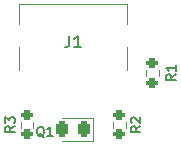
<source format=gbr>
%TF.GenerationSoftware,KiCad,Pcbnew,7.0.5-0*%
%TF.CreationDate,2023-08-27T12:40:47-07:00*%
%TF.ProjectId,MiSTerLaggy,4d695354-6572-44c6-9167-67792e6b6963,rev?*%
%TF.SameCoordinates,Original*%
%TF.FileFunction,Legend,Top*%
%TF.FilePolarity,Positive*%
%FSLAX46Y46*%
G04 Gerber Fmt 4.6, Leading zero omitted, Abs format (unit mm)*
G04 Created by KiCad (PCBNEW 7.0.5-0) date 2023-08-27 12:40:47*
%MOMM*%
%LPD*%
G01*
G04 APERTURE LIST*
G04 Aperture macros list*
%AMRoundRect*
0 Rectangle with rounded corners*
0 $1 Rounding radius*
0 $2 $3 $4 $5 $6 $7 $8 $9 X,Y pos of 4 corners*
0 Add a 4 corners polygon primitive as box body*
4,1,4,$2,$3,$4,$5,$6,$7,$8,$9,$2,$3,0*
0 Add four circle primitives for the rounded corners*
1,1,$1+$1,$2,$3*
1,1,$1+$1,$4,$5*
1,1,$1+$1,$6,$7*
1,1,$1+$1,$8,$9*
0 Add four rect primitives between the rounded corners*
20,1,$1+$1,$2,$3,$4,$5,0*
20,1,$1+$1,$4,$5,$6,$7,0*
20,1,$1+$1,$6,$7,$8,$9,0*
20,1,$1+$1,$8,$9,$2,$3,0*%
G04 Aperture macros list end*
%ADD10C,0.150000*%
%ADD11C,0.120000*%
%ADD12C,0.650000*%
%ADD13R,0.600000X1.240000*%
%ADD14R,0.300000X1.240000*%
%ADD15O,1.000000X2.100000*%
%ADD16O,1.000000X1.800000*%
%ADD17RoundRect,0.200000X0.275000X-0.200000X0.275000X0.200000X-0.275000X0.200000X-0.275000X-0.200000X0*%
%ADD18RoundRect,0.243750X0.243750X0.456250X-0.243750X0.456250X-0.243750X-0.456250X0.243750X-0.456250X0*%
%ADD19C,2.200000*%
G04 APERTURE END LIST*
D10*
%TO.C,J1*%
X127346666Y-70254819D02*
X127346666Y-70969104D01*
X127346666Y-70969104D02*
X127299047Y-71111961D01*
X127299047Y-71111961D02*
X127203809Y-71207200D01*
X127203809Y-71207200D02*
X127060952Y-71254819D01*
X127060952Y-71254819D02*
X126965714Y-71254819D01*
X128346666Y-71254819D02*
X127775238Y-71254819D01*
X128060952Y-71254819D02*
X128060952Y-70254819D01*
X128060952Y-70254819D02*
X127965714Y-70397676D01*
X127965714Y-70397676D02*
X127870476Y-70492914D01*
X127870476Y-70492914D02*
X127775238Y-70540533D01*
%TO.C,R3*%
X122732295Y-77933332D02*
X122351342Y-78199999D01*
X122732295Y-78390475D02*
X121932295Y-78390475D01*
X121932295Y-78390475D02*
X121932295Y-78085713D01*
X121932295Y-78085713D02*
X121970390Y-78009523D01*
X121970390Y-78009523D02*
X122008485Y-77971428D01*
X122008485Y-77971428D02*
X122084676Y-77933332D01*
X122084676Y-77933332D02*
X122198961Y-77933332D01*
X122198961Y-77933332D02*
X122275152Y-77971428D01*
X122275152Y-77971428D02*
X122313247Y-78009523D01*
X122313247Y-78009523D02*
X122351342Y-78085713D01*
X122351342Y-78085713D02*
X122351342Y-78390475D01*
X121932295Y-77666666D02*
X121932295Y-77171428D01*
X121932295Y-77171428D02*
X122237057Y-77438094D01*
X122237057Y-77438094D02*
X122237057Y-77323809D01*
X122237057Y-77323809D02*
X122275152Y-77247618D01*
X122275152Y-77247618D02*
X122313247Y-77209523D01*
X122313247Y-77209523D02*
X122389438Y-77171428D01*
X122389438Y-77171428D02*
X122579914Y-77171428D01*
X122579914Y-77171428D02*
X122656104Y-77209523D01*
X122656104Y-77209523D02*
X122694200Y-77247618D01*
X122694200Y-77247618D02*
X122732295Y-77323809D01*
X122732295Y-77323809D02*
X122732295Y-77552380D01*
X122732295Y-77552380D02*
X122694200Y-77628571D01*
X122694200Y-77628571D02*
X122656104Y-77666666D01*
%TO.C,Q1*%
X125223809Y-78838485D02*
X125147619Y-78800390D01*
X125147619Y-78800390D02*
X125071428Y-78724200D01*
X125071428Y-78724200D02*
X124957142Y-78609914D01*
X124957142Y-78609914D02*
X124880952Y-78571819D01*
X124880952Y-78571819D02*
X124804761Y-78571819D01*
X124842857Y-78762295D02*
X124766666Y-78724200D01*
X124766666Y-78724200D02*
X124690476Y-78648009D01*
X124690476Y-78648009D02*
X124652380Y-78495628D01*
X124652380Y-78495628D02*
X124652380Y-78228961D01*
X124652380Y-78228961D02*
X124690476Y-78076580D01*
X124690476Y-78076580D02*
X124766666Y-78000390D01*
X124766666Y-78000390D02*
X124842857Y-77962295D01*
X124842857Y-77962295D02*
X124995238Y-77962295D01*
X124995238Y-77962295D02*
X125071428Y-78000390D01*
X125071428Y-78000390D02*
X125147619Y-78076580D01*
X125147619Y-78076580D02*
X125185714Y-78228961D01*
X125185714Y-78228961D02*
X125185714Y-78495628D01*
X125185714Y-78495628D02*
X125147619Y-78648009D01*
X125147619Y-78648009D02*
X125071428Y-78724200D01*
X125071428Y-78724200D02*
X124995238Y-78762295D01*
X124995238Y-78762295D02*
X124842857Y-78762295D01*
X125947618Y-78762295D02*
X125490475Y-78762295D01*
X125719047Y-78762295D02*
X125719047Y-77962295D01*
X125719047Y-77962295D02*
X125642856Y-78076580D01*
X125642856Y-78076580D02*
X125566666Y-78152771D01*
X125566666Y-78152771D02*
X125490475Y-78190866D01*
%TO.C,R2*%
X133362295Y-77933332D02*
X132981342Y-78199999D01*
X133362295Y-78390475D02*
X132562295Y-78390475D01*
X132562295Y-78390475D02*
X132562295Y-78085713D01*
X132562295Y-78085713D02*
X132600390Y-78009523D01*
X132600390Y-78009523D02*
X132638485Y-77971428D01*
X132638485Y-77971428D02*
X132714676Y-77933332D01*
X132714676Y-77933332D02*
X132828961Y-77933332D01*
X132828961Y-77933332D02*
X132905152Y-77971428D01*
X132905152Y-77971428D02*
X132943247Y-78009523D01*
X132943247Y-78009523D02*
X132981342Y-78085713D01*
X132981342Y-78085713D02*
X132981342Y-78390475D01*
X132638485Y-77628571D02*
X132600390Y-77590475D01*
X132600390Y-77590475D02*
X132562295Y-77514285D01*
X132562295Y-77514285D02*
X132562295Y-77323809D01*
X132562295Y-77323809D02*
X132600390Y-77247618D01*
X132600390Y-77247618D02*
X132638485Y-77209523D01*
X132638485Y-77209523D02*
X132714676Y-77171428D01*
X132714676Y-77171428D02*
X132790866Y-77171428D01*
X132790866Y-77171428D02*
X132905152Y-77209523D01*
X132905152Y-77209523D02*
X133362295Y-77666666D01*
X133362295Y-77666666D02*
X133362295Y-77171428D01*
%TO.C,R1*%
X136362295Y-73533332D02*
X135981342Y-73799999D01*
X136362295Y-73990475D02*
X135562295Y-73990475D01*
X135562295Y-73990475D02*
X135562295Y-73685713D01*
X135562295Y-73685713D02*
X135600390Y-73609523D01*
X135600390Y-73609523D02*
X135638485Y-73571428D01*
X135638485Y-73571428D02*
X135714676Y-73533332D01*
X135714676Y-73533332D02*
X135828961Y-73533332D01*
X135828961Y-73533332D02*
X135905152Y-73571428D01*
X135905152Y-73571428D02*
X135943247Y-73609523D01*
X135943247Y-73609523D02*
X135981342Y-73685713D01*
X135981342Y-73685713D02*
X135981342Y-73990475D01*
X136362295Y-72771428D02*
X136362295Y-73228571D01*
X136362295Y-72999999D02*
X135562295Y-72999999D01*
X135562295Y-72999999D02*
X135676580Y-73076190D01*
X135676580Y-73076190D02*
X135752771Y-73152380D01*
X135752771Y-73152380D02*
X135790866Y-73228571D01*
D11*
%TO.C,J1*%
X132260000Y-73175000D02*
X132260000Y-71255000D01*
X132260000Y-67540000D02*
X132260000Y-69245000D01*
X123100000Y-71255000D02*
X123100000Y-73175000D01*
X123100000Y-69245000D02*
X123100000Y-67540000D01*
X123100000Y-67540000D02*
X132260000Y-67540000D01*
%TO.C,R3*%
X123277500Y-78037258D02*
X123277500Y-77562742D01*
X124322500Y-78037258D02*
X124322500Y-77562742D01*
%TO.C,Q1*%
X129385000Y-79160000D02*
X129385000Y-77240000D01*
X129385000Y-77240000D02*
X126700000Y-77240000D01*
X126700000Y-79160000D02*
X129385000Y-79160000D01*
%TO.C,R2*%
X131077500Y-78037258D02*
X131077500Y-77562742D01*
X132122500Y-78037258D02*
X132122500Y-77562742D01*
%TO.C,R1*%
X133877500Y-73637258D02*
X133877500Y-73162742D01*
X134922500Y-73637258D02*
X134922500Y-73162742D01*
%TD*%
%LPC*%
D12*
%TO.C,J1*%
X130570000Y-73930000D03*
X124790000Y-73930000D03*
D13*
X130880000Y-75050000D03*
X130080000Y-75050000D03*
D14*
X128930000Y-75050000D03*
X127930000Y-75050000D03*
X127430000Y-75050000D03*
X126430000Y-75050000D03*
D13*
X125280000Y-75050000D03*
X124480000Y-75050000D03*
X124480000Y-75050000D03*
X125280000Y-75050000D03*
D14*
X125930000Y-75050000D03*
X126930000Y-75050000D03*
X128430000Y-75050000D03*
X129430000Y-75050000D03*
D13*
X130080000Y-75050000D03*
X130880000Y-75050000D03*
D15*
X132000000Y-74450000D03*
D16*
X132000000Y-70250000D03*
D15*
X123360000Y-74450000D03*
D16*
X123360000Y-70250000D03*
%TD*%
D17*
%TO.C,R3*%
X123800000Y-78625000D03*
X123800000Y-76975000D03*
%TD*%
D18*
%TO.C,Q1*%
X128637500Y-78200000D03*
X126762500Y-78200000D03*
%TD*%
D19*
%TO.C,H2*%
X135400000Y-69300000D03*
%TD*%
%TO.C,H1*%
X120000000Y-69300000D03*
%TD*%
%TO.C,H3*%
X120000000Y-77400000D03*
%TD*%
%TO.C,H4*%
X135400000Y-77400000D03*
%TD*%
D17*
%TO.C,R2*%
X131600000Y-78625000D03*
X131600000Y-76975000D03*
%TD*%
%TO.C,R1*%
X134400000Y-74225000D03*
X134400000Y-72575000D03*
%TD*%
%LPD*%
M02*

</source>
